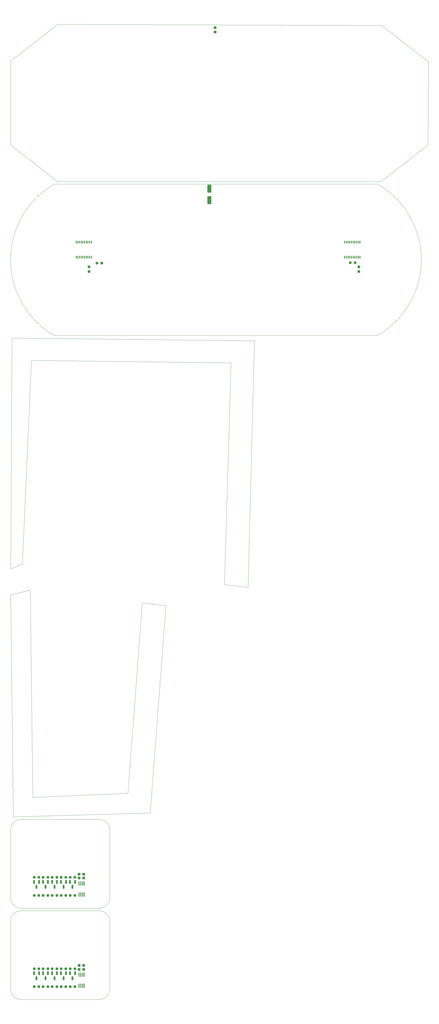
<source format=gbr>
%TF.GenerationSoftware,KiCad,Pcbnew,7.0.6-7.0.6~ubuntu20.04.1*%
%TF.CreationDate,2023-07-11T09:16:17+02:00*%
%TF.ProjectId,output_panel2023-07-11_071606.6965930000,6f757470-7574-45f7-9061-6e656c323032,rev?*%
%TF.SameCoordinates,Original*%
%TF.FileFunction,Paste,Bot*%
%TF.FilePolarity,Positive*%
%FSLAX45Y45*%
G04 Gerber Fmt 4.5, Leading zero omitted, Abs format (unit mm)*
G04 Created by KiCad (PCBNEW 7.0.6-7.0.6~ubuntu20.04.1) date 2023-07-11 09:16:17*
%MOMM*%
%LPD*%
G01*
G04 APERTURE LIST*
G04 Aperture macros list*
%AMRoundRect*
0 Rectangle with rounded corners*
0 $1 Rounding radius*
0 $2 $3 $4 $5 $6 $7 $8 $9 X,Y pos of 4 corners*
0 Add a 4 corners polygon primitive as box body*
4,1,4,$2,$3,$4,$5,$6,$7,$8,$9,$2,$3,0*
0 Add four circle primitives for the rounded corners*
1,1,$1+$1,$2,$3*
1,1,$1+$1,$4,$5*
1,1,$1+$1,$6,$7*
1,1,$1+$1,$8,$9*
0 Add four rect primitives between the rounded corners*
20,1,$1+$1,$2,$3,$4,$5,0*
20,1,$1+$1,$4,$5,$6,$7,0*
20,1,$1+$1,$6,$7,$8,$9,0*
20,1,$1+$1,$8,$9,$2,$3,0*%
G04 Aperture macros list end*
%TA.AperFunction,Profile*%
%ADD10C,0.100000*%
%TD*%
%TA.AperFunction,Profile*%
%ADD11C,0.050000*%
%TD*%
%ADD12RoundRect,0.237500X-0.250000X-0.237500X0.250000X-0.237500X0.250000X0.237500X-0.250000X0.237500X0*%
%ADD13RoundRect,0.100000X-0.100000X0.712500X-0.100000X-0.712500X0.100000X-0.712500X0.100000X0.712500X0*%
%ADD14RoundRect,0.150000X-0.150000X0.587500X-0.150000X-0.587500X0.150000X-0.587500X0.150000X0.587500X0*%
%ADD15R,0.400000X1.000000*%
%ADD16RoundRect,0.237500X0.300000X0.237500X-0.300000X0.237500X-0.300000X-0.237500X0.300000X-0.237500X0*%
%ADD17RoundRect,0.250000X-0.550000X1.250000X-0.550000X-1.250000X0.550000X-1.250000X0.550000X1.250000X0*%
%ADD18RoundRect,0.237500X0.237500X-0.250000X0.237500X0.250000X-0.237500X0.250000X-0.237500X-0.250000X0*%
%ADD19RoundRect,0.237500X0.250000X0.237500X-0.250000X0.237500X-0.250000X-0.237500X0.250000X-0.237500X0*%
%ADD20RoundRect,0.237500X-0.237500X0.300000X-0.237500X-0.300000X0.237500X-0.300000X0.237500X0.300000X0*%
G04 APERTURE END LIST*
D10*
X1723822Y-6170000D02*
X14123822Y-6170000D01*
D11*
X49996Y-21918003D02*
X149997Y-30418003D01*
X99999Y-12069997D02*
X9399999Y-12169997D01*
X5099997Y-22218003D02*
X4549997Y-29518003D01*
D10*
X3450000Y-33917982D02*
G75*
G03*
X3850000Y-33517982I0J400000D01*
G01*
X16070000Y-1480000D02*
X16050000Y-4670000D01*
X3849998Y-30917982D02*
G75*
G03*
X3450000Y-30517982I-399998J2D01*
G01*
D11*
X499999Y-20719997D02*
X49999Y-20919997D01*
D10*
X50000Y-1450000D02*
X1850000Y-50000D01*
D11*
X9399999Y-12169997D02*
X9149999Y-21619997D01*
X49999Y-20919997D02*
X99999Y-12069997D01*
X849999Y-12919997D02*
X499999Y-20719997D01*
D10*
X50000Y-37017982D02*
X50000Y-34417982D01*
X450000Y-34017982D02*
G75*
G03*
X50000Y-34417982I0J-400000D01*
G01*
X50000Y-33517982D02*
X50000Y-30917982D01*
D11*
X149997Y-30418003D02*
X5399997Y-30268003D01*
D10*
X450000Y-30517982D02*
G75*
G03*
X50000Y-30917982I0J-400000D01*
G01*
D11*
X799996Y-21718003D02*
X49996Y-21918003D01*
X4549997Y-29518003D02*
X899996Y-29668003D01*
X1723822Y-6170000D02*
G75*
G03*
X1723822Y-11970000I1674316J-2900000D01*
G01*
X8499999Y-13019997D02*
X849999Y-12919997D01*
D10*
X14270000Y-90000D02*
X16070000Y-1480000D01*
X3450000Y-37417982D02*
X450000Y-37417982D01*
X450000Y-30517982D02*
X3450000Y-30517982D01*
X3849998Y-34417982D02*
G75*
G03*
X3450000Y-34017982I-399998J2D01*
G01*
X3850000Y-30917982D02*
X3850000Y-33517982D01*
X1723822Y-11970000D02*
X14123822Y-11970000D01*
D11*
X899996Y-29668003D02*
X799996Y-21718003D01*
X5399997Y-30268003D02*
X5999996Y-22318003D01*
X14123822Y-11970000D02*
G75*
G03*
X14123822Y-6170000I-1674316J2900000D01*
G01*
D10*
X1850000Y-50000D02*
X14270000Y-90000D01*
X450000Y-34017982D02*
X3450000Y-34017982D01*
X3450000Y-33917982D02*
X450000Y-33917982D01*
X50000Y-33517982D02*
G75*
G03*
X450000Y-33917982I400000J0D01*
G01*
X14250000Y-6070000D02*
X1850000Y-6070000D01*
X50000Y-37017982D02*
G75*
G03*
X450000Y-37417982I400000J0D01*
G01*
X3450000Y-37417982D02*
G75*
G03*
X3850000Y-37017982I0J400000D01*
G01*
D11*
X8249999Y-21519997D02*
X8499999Y-13019997D01*
D10*
X1850000Y-6070000D02*
X50000Y-4670000D01*
X50000Y-4670000D02*
X50000Y-1450000D01*
D11*
X9149999Y-21619997D02*
X8249999Y-21519997D01*
D10*
X16050000Y-4670000D02*
X14250000Y-6070000D01*
X3850000Y-34417982D02*
X3850000Y-37017982D01*
D11*
X5999996Y-22318003D02*
X5099997Y-22218003D01*
D12*
X13073572Y-9180000D03*
X13256072Y-9180000D03*
D13*
X2678750Y-36471732D03*
X2743750Y-36471732D03*
X2808750Y-36471732D03*
X2873750Y-36471732D03*
X2873750Y-36894232D03*
X2808750Y-36894232D03*
X2743750Y-36894232D03*
X2678750Y-36894232D03*
D14*
X950000Y-32914232D03*
X1140000Y-32914232D03*
X1045000Y-33101732D03*
D12*
X1298750Y-32737982D03*
X1481250Y-32737982D03*
X1988750Y-32737982D03*
X2171250Y-32737982D03*
D14*
X1985000Y-36414232D03*
X2175000Y-36414232D03*
X2080000Y-36601732D03*
D12*
X1643750Y-36927982D03*
X1826250Y-36927982D03*
X1298750Y-33427982D03*
X1481250Y-33427982D03*
D14*
X1295000Y-36414232D03*
X1485000Y-36414232D03*
X1390000Y-36601732D03*
D15*
X13447322Y-8970000D03*
X13382322Y-8970000D03*
X13317322Y-8970000D03*
X13252322Y-8970000D03*
X13187322Y-8970000D03*
X13122322Y-8970000D03*
X13057322Y-8970000D03*
X12992322Y-8970000D03*
X12927322Y-8970000D03*
X12862322Y-8970000D03*
X12862322Y-8390000D03*
X12927322Y-8390000D03*
X12992322Y-8390000D03*
X13057322Y-8390000D03*
X13122322Y-8390000D03*
X13187322Y-8390000D03*
X13252322Y-8390000D03*
X13317322Y-8390000D03*
X13382322Y-8390000D03*
X13447322Y-8390000D03*
D16*
X2851250Y-36262982D03*
X2678750Y-36262982D03*
D12*
X2333750Y-36927982D03*
X2516250Y-36927982D03*
D14*
X2330000Y-32914232D03*
X2520000Y-32914232D03*
X2425000Y-33101732D03*
D12*
X1298750Y-36927982D03*
X1481250Y-36927982D03*
D14*
X1640000Y-36414232D03*
X1830000Y-36414232D03*
X1735000Y-36601732D03*
X1295000Y-32914232D03*
X1485000Y-32914232D03*
X1390000Y-33101732D03*
D12*
X953750Y-32737982D03*
X1136250Y-32737982D03*
X2333750Y-33427982D03*
X2516250Y-33427982D03*
D14*
X2330000Y-36414232D03*
X2520000Y-36414232D03*
X2425000Y-36601732D03*
D12*
X953750Y-33427982D03*
X1136250Y-33427982D03*
D13*
X2678750Y-32971732D03*
X2743750Y-32971732D03*
X2808750Y-32971732D03*
X2873750Y-32971732D03*
X2873750Y-33394232D03*
X2808750Y-33394232D03*
X2743750Y-33394232D03*
X2678750Y-33394232D03*
D12*
X2333750Y-32737982D03*
X2516250Y-32737982D03*
D15*
X3147322Y-8970000D03*
X3082322Y-8970000D03*
X3017322Y-8970000D03*
X2952322Y-8970000D03*
X2887322Y-8970000D03*
X2822322Y-8970000D03*
X2757322Y-8970000D03*
X2692322Y-8970000D03*
X2627322Y-8970000D03*
X2562322Y-8970000D03*
X2562322Y-8390000D03*
X2627322Y-8390000D03*
X2692322Y-8390000D03*
X2757322Y-8390000D03*
X2822322Y-8390000D03*
X2887322Y-8390000D03*
X2952322Y-8390000D03*
X3017322Y-8390000D03*
X3082322Y-8390000D03*
X3147322Y-8390000D03*
D12*
X953750Y-36927982D03*
X1136250Y-36927982D03*
X953750Y-36237982D03*
X1136250Y-36237982D03*
X1988750Y-33427982D03*
X2171250Y-33427982D03*
D14*
X1985000Y-32914232D03*
X2175000Y-32914232D03*
X2080000Y-33101732D03*
D17*
X7666822Y-6347000D03*
X7666822Y-6787000D03*
D12*
X1298750Y-36237982D03*
X1481250Y-36237982D03*
X1988750Y-36927982D03*
X2171250Y-36927982D03*
X1988750Y-36237982D03*
X2171250Y-36237982D03*
X2333750Y-36237982D03*
X2516250Y-36237982D03*
D18*
X3054822Y-9521250D03*
X3054822Y-9338750D03*
D14*
X1640000Y-32914232D03*
X1830000Y-32914232D03*
X1735000Y-33101732D03*
D12*
X1643750Y-32737982D03*
X1826250Y-32737982D03*
D14*
X950000Y-36414232D03*
X1140000Y-36414232D03*
X1045000Y-36601732D03*
D12*
X1643750Y-36237982D03*
X1826250Y-36237982D03*
D16*
X2851250Y-32762982D03*
X2678750Y-32762982D03*
X2851250Y-36112982D03*
X2678750Y-36112982D03*
X2851250Y-32612982D03*
X2678750Y-32612982D03*
D18*
X13404822Y-9521250D03*
X13404822Y-9338750D03*
D19*
X3546072Y-9200000D03*
X3363572Y-9200000D03*
D12*
X1643750Y-33427982D03*
X1826250Y-33427982D03*
D20*
X7890000Y-170000D03*
X7890000Y-342500D03*
M02*

</source>
